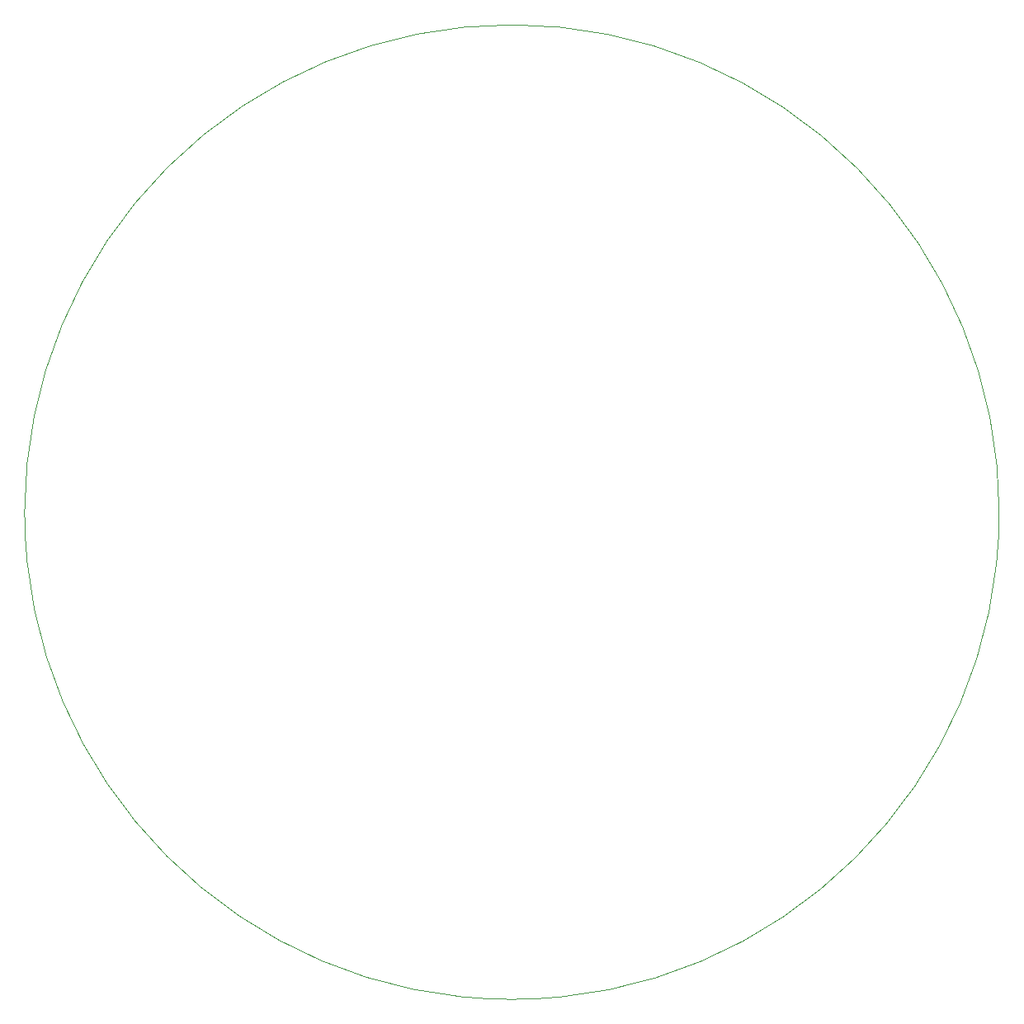
<source format=gbr>
G04 #@! TF.GenerationSoftware,KiCad,Pcbnew,(5.1.12)-1*
G04 #@! TF.CreationDate,2021-12-15T08:08:51+10:00*
G04 #@! TF.ProjectId,Weather-Station,57656174-6865-4722-9d53-746174696f6e,rev?*
G04 #@! TF.SameCoordinates,Original*
G04 #@! TF.FileFunction,Profile,NP*
%FSLAX46Y46*%
G04 Gerber Fmt 4.6, Leading zero omitted, Abs format (unit mm)*
G04 Created by KiCad (PCBNEW (5.1.12)-1) date 2021-12-15 08:08:51*
%MOMM*%
%LPD*%
G01*
G04 APERTURE LIST*
G04 #@! TA.AperFunction,Profile*
%ADD10C,0.050000*%
G04 #@! TD*
G04 APERTURE END LIST*
D10*
X53000001Y-94000001D02*
G75*
G02*
X152999599Y-94199997I49999999J1D01*
G01*
X152999600Y-94199998D02*
G75*
G02*
X53000000Y-94000000I-49999600J199998D01*
G01*
M02*

</source>
